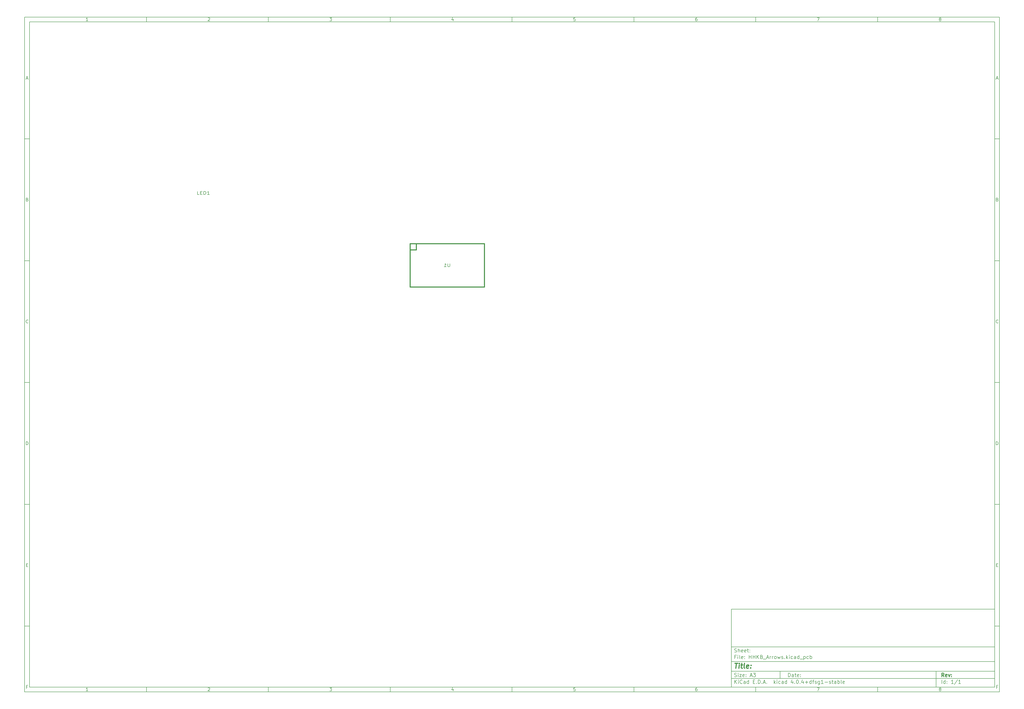
<source format=gbr>
G04 #@! TF.FileFunction,Legend,Bot*
%FSLAX46Y46*%
G04 Gerber Fmt 4.6, Leading zero omitted, Abs format (unit mm)*
G04 Created by KiCad (PCBNEW 4.0.4+dfsg1-stable) date Tue Nov  8 21:14:36 2016*
%MOMM*%
%LPD*%
G01*
G04 APERTURE LIST*
%ADD10C,0.100000*%
%ADD11C,0.150000*%
%ADD12C,0.300000*%
%ADD13C,0.400000*%
%ADD14C,0.381000*%
%ADD15C,0.203200*%
G04 APERTURE END LIST*
D10*
D11*
X299989000Y-253002200D02*
X299989000Y-285002200D01*
X407989000Y-285002200D01*
X407989000Y-253002200D01*
X299989000Y-253002200D01*
D10*
D11*
X10000000Y-10000000D02*
X10000000Y-287002200D01*
X409989000Y-287002200D01*
X409989000Y-10000000D01*
X10000000Y-10000000D01*
D10*
D11*
X12000000Y-12000000D02*
X12000000Y-285002200D01*
X407989000Y-285002200D01*
X407989000Y-12000000D01*
X12000000Y-12000000D01*
D10*
D11*
X60000000Y-12000000D02*
X60000000Y-10000000D01*
D10*
D11*
X110000000Y-12000000D02*
X110000000Y-10000000D01*
D10*
D11*
X160000000Y-12000000D02*
X160000000Y-10000000D01*
D10*
D11*
X210000000Y-12000000D02*
X210000000Y-10000000D01*
D10*
D11*
X260000000Y-12000000D02*
X260000000Y-10000000D01*
D10*
D11*
X310000000Y-12000000D02*
X310000000Y-10000000D01*
D10*
D11*
X360000000Y-12000000D02*
X360000000Y-10000000D01*
D10*
D11*
X35990476Y-11588095D02*
X35247619Y-11588095D01*
X35619048Y-11588095D02*
X35619048Y-10288095D01*
X35495238Y-10473810D01*
X35371429Y-10597619D01*
X35247619Y-10659524D01*
D10*
D11*
X85247619Y-10411905D02*
X85309524Y-10350000D01*
X85433333Y-10288095D01*
X85742857Y-10288095D01*
X85866667Y-10350000D01*
X85928571Y-10411905D01*
X85990476Y-10535714D01*
X85990476Y-10659524D01*
X85928571Y-10845238D01*
X85185714Y-11588095D01*
X85990476Y-11588095D01*
D10*
D11*
X135185714Y-10288095D02*
X135990476Y-10288095D01*
X135557143Y-10783333D01*
X135742857Y-10783333D01*
X135866667Y-10845238D01*
X135928571Y-10907143D01*
X135990476Y-11030952D01*
X135990476Y-11340476D01*
X135928571Y-11464286D01*
X135866667Y-11526190D01*
X135742857Y-11588095D01*
X135371429Y-11588095D01*
X135247619Y-11526190D01*
X135185714Y-11464286D01*
D10*
D11*
X185866667Y-10721429D02*
X185866667Y-11588095D01*
X185557143Y-10226190D02*
X185247619Y-11154762D01*
X186052381Y-11154762D01*
D10*
D11*
X235928571Y-10288095D02*
X235309524Y-10288095D01*
X235247619Y-10907143D01*
X235309524Y-10845238D01*
X235433333Y-10783333D01*
X235742857Y-10783333D01*
X235866667Y-10845238D01*
X235928571Y-10907143D01*
X235990476Y-11030952D01*
X235990476Y-11340476D01*
X235928571Y-11464286D01*
X235866667Y-11526190D01*
X235742857Y-11588095D01*
X235433333Y-11588095D01*
X235309524Y-11526190D01*
X235247619Y-11464286D01*
D10*
D11*
X285866667Y-10288095D02*
X285619048Y-10288095D01*
X285495238Y-10350000D01*
X285433333Y-10411905D01*
X285309524Y-10597619D01*
X285247619Y-10845238D01*
X285247619Y-11340476D01*
X285309524Y-11464286D01*
X285371429Y-11526190D01*
X285495238Y-11588095D01*
X285742857Y-11588095D01*
X285866667Y-11526190D01*
X285928571Y-11464286D01*
X285990476Y-11340476D01*
X285990476Y-11030952D01*
X285928571Y-10907143D01*
X285866667Y-10845238D01*
X285742857Y-10783333D01*
X285495238Y-10783333D01*
X285371429Y-10845238D01*
X285309524Y-10907143D01*
X285247619Y-11030952D01*
D10*
D11*
X335185714Y-10288095D02*
X336052381Y-10288095D01*
X335495238Y-11588095D01*
D10*
D11*
X385495238Y-10845238D02*
X385371429Y-10783333D01*
X385309524Y-10721429D01*
X385247619Y-10597619D01*
X385247619Y-10535714D01*
X385309524Y-10411905D01*
X385371429Y-10350000D01*
X385495238Y-10288095D01*
X385742857Y-10288095D01*
X385866667Y-10350000D01*
X385928571Y-10411905D01*
X385990476Y-10535714D01*
X385990476Y-10597619D01*
X385928571Y-10721429D01*
X385866667Y-10783333D01*
X385742857Y-10845238D01*
X385495238Y-10845238D01*
X385371429Y-10907143D01*
X385309524Y-10969048D01*
X385247619Y-11092857D01*
X385247619Y-11340476D01*
X385309524Y-11464286D01*
X385371429Y-11526190D01*
X385495238Y-11588095D01*
X385742857Y-11588095D01*
X385866667Y-11526190D01*
X385928571Y-11464286D01*
X385990476Y-11340476D01*
X385990476Y-11092857D01*
X385928571Y-10969048D01*
X385866667Y-10907143D01*
X385742857Y-10845238D01*
D10*
D11*
X60000000Y-285002200D02*
X60000000Y-287002200D01*
D10*
D11*
X110000000Y-285002200D02*
X110000000Y-287002200D01*
D10*
D11*
X160000000Y-285002200D02*
X160000000Y-287002200D01*
D10*
D11*
X210000000Y-285002200D02*
X210000000Y-287002200D01*
D10*
D11*
X260000000Y-285002200D02*
X260000000Y-287002200D01*
D10*
D11*
X310000000Y-285002200D02*
X310000000Y-287002200D01*
D10*
D11*
X360000000Y-285002200D02*
X360000000Y-287002200D01*
D10*
D11*
X35990476Y-286590295D02*
X35247619Y-286590295D01*
X35619048Y-286590295D02*
X35619048Y-285290295D01*
X35495238Y-285476010D01*
X35371429Y-285599819D01*
X35247619Y-285661724D01*
D10*
D11*
X85247619Y-285414105D02*
X85309524Y-285352200D01*
X85433333Y-285290295D01*
X85742857Y-285290295D01*
X85866667Y-285352200D01*
X85928571Y-285414105D01*
X85990476Y-285537914D01*
X85990476Y-285661724D01*
X85928571Y-285847438D01*
X85185714Y-286590295D01*
X85990476Y-286590295D01*
D10*
D11*
X135185714Y-285290295D02*
X135990476Y-285290295D01*
X135557143Y-285785533D01*
X135742857Y-285785533D01*
X135866667Y-285847438D01*
X135928571Y-285909343D01*
X135990476Y-286033152D01*
X135990476Y-286342676D01*
X135928571Y-286466486D01*
X135866667Y-286528390D01*
X135742857Y-286590295D01*
X135371429Y-286590295D01*
X135247619Y-286528390D01*
X135185714Y-286466486D01*
D10*
D11*
X185866667Y-285723629D02*
X185866667Y-286590295D01*
X185557143Y-285228390D02*
X185247619Y-286156962D01*
X186052381Y-286156962D01*
D10*
D11*
X235928571Y-285290295D02*
X235309524Y-285290295D01*
X235247619Y-285909343D01*
X235309524Y-285847438D01*
X235433333Y-285785533D01*
X235742857Y-285785533D01*
X235866667Y-285847438D01*
X235928571Y-285909343D01*
X235990476Y-286033152D01*
X235990476Y-286342676D01*
X235928571Y-286466486D01*
X235866667Y-286528390D01*
X235742857Y-286590295D01*
X235433333Y-286590295D01*
X235309524Y-286528390D01*
X235247619Y-286466486D01*
D10*
D11*
X285866667Y-285290295D02*
X285619048Y-285290295D01*
X285495238Y-285352200D01*
X285433333Y-285414105D01*
X285309524Y-285599819D01*
X285247619Y-285847438D01*
X285247619Y-286342676D01*
X285309524Y-286466486D01*
X285371429Y-286528390D01*
X285495238Y-286590295D01*
X285742857Y-286590295D01*
X285866667Y-286528390D01*
X285928571Y-286466486D01*
X285990476Y-286342676D01*
X285990476Y-286033152D01*
X285928571Y-285909343D01*
X285866667Y-285847438D01*
X285742857Y-285785533D01*
X285495238Y-285785533D01*
X285371429Y-285847438D01*
X285309524Y-285909343D01*
X285247619Y-286033152D01*
D10*
D11*
X335185714Y-285290295D02*
X336052381Y-285290295D01*
X335495238Y-286590295D01*
D10*
D11*
X385495238Y-285847438D02*
X385371429Y-285785533D01*
X385309524Y-285723629D01*
X385247619Y-285599819D01*
X385247619Y-285537914D01*
X385309524Y-285414105D01*
X385371429Y-285352200D01*
X385495238Y-285290295D01*
X385742857Y-285290295D01*
X385866667Y-285352200D01*
X385928571Y-285414105D01*
X385990476Y-285537914D01*
X385990476Y-285599819D01*
X385928571Y-285723629D01*
X385866667Y-285785533D01*
X385742857Y-285847438D01*
X385495238Y-285847438D01*
X385371429Y-285909343D01*
X385309524Y-285971248D01*
X385247619Y-286095057D01*
X385247619Y-286342676D01*
X385309524Y-286466486D01*
X385371429Y-286528390D01*
X385495238Y-286590295D01*
X385742857Y-286590295D01*
X385866667Y-286528390D01*
X385928571Y-286466486D01*
X385990476Y-286342676D01*
X385990476Y-286095057D01*
X385928571Y-285971248D01*
X385866667Y-285909343D01*
X385742857Y-285847438D01*
D10*
D11*
X10000000Y-60000000D02*
X12000000Y-60000000D01*
D10*
D11*
X10000000Y-110000000D02*
X12000000Y-110000000D01*
D10*
D11*
X10000000Y-160000000D02*
X12000000Y-160000000D01*
D10*
D11*
X10000000Y-210000000D02*
X12000000Y-210000000D01*
D10*
D11*
X10000000Y-260000000D02*
X12000000Y-260000000D01*
D10*
D11*
X10690476Y-35216667D02*
X11309524Y-35216667D01*
X10566667Y-35588095D02*
X11000000Y-34288095D01*
X11433333Y-35588095D01*
D10*
D11*
X11092857Y-84907143D02*
X11278571Y-84969048D01*
X11340476Y-85030952D01*
X11402381Y-85154762D01*
X11402381Y-85340476D01*
X11340476Y-85464286D01*
X11278571Y-85526190D01*
X11154762Y-85588095D01*
X10659524Y-85588095D01*
X10659524Y-84288095D01*
X11092857Y-84288095D01*
X11216667Y-84350000D01*
X11278571Y-84411905D01*
X11340476Y-84535714D01*
X11340476Y-84659524D01*
X11278571Y-84783333D01*
X11216667Y-84845238D01*
X11092857Y-84907143D01*
X10659524Y-84907143D01*
D10*
D11*
X11402381Y-135464286D02*
X11340476Y-135526190D01*
X11154762Y-135588095D01*
X11030952Y-135588095D01*
X10845238Y-135526190D01*
X10721429Y-135402381D01*
X10659524Y-135278571D01*
X10597619Y-135030952D01*
X10597619Y-134845238D01*
X10659524Y-134597619D01*
X10721429Y-134473810D01*
X10845238Y-134350000D01*
X11030952Y-134288095D01*
X11154762Y-134288095D01*
X11340476Y-134350000D01*
X11402381Y-134411905D01*
D10*
D11*
X10659524Y-185588095D02*
X10659524Y-184288095D01*
X10969048Y-184288095D01*
X11154762Y-184350000D01*
X11278571Y-184473810D01*
X11340476Y-184597619D01*
X11402381Y-184845238D01*
X11402381Y-185030952D01*
X11340476Y-185278571D01*
X11278571Y-185402381D01*
X11154762Y-185526190D01*
X10969048Y-185588095D01*
X10659524Y-185588095D01*
D10*
D11*
X10721429Y-234907143D02*
X11154762Y-234907143D01*
X11340476Y-235588095D02*
X10721429Y-235588095D01*
X10721429Y-234288095D01*
X11340476Y-234288095D01*
D10*
D11*
X11185714Y-284907143D02*
X10752381Y-284907143D01*
X10752381Y-285588095D02*
X10752381Y-284288095D01*
X11371428Y-284288095D01*
D10*
D11*
X409989000Y-60000000D02*
X407989000Y-60000000D01*
D10*
D11*
X409989000Y-110000000D02*
X407989000Y-110000000D01*
D10*
D11*
X409989000Y-160000000D02*
X407989000Y-160000000D01*
D10*
D11*
X409989000Y-210000000D02*
X407989000Y-210000000D01*
D10*
D11*
X409989000Y-260000000D02*
X407989000Y-260000000D01*
D10*
D11*
X408679476Y-35216667D02*
X409298524Y-35216667D01*
X408555667Y-35588095D02*
X408989000Y-34288095D01*
X409422333Y-35588095D01*
D10*
D11*
X409081857Y-84907143D02*
X409267571Y-84969048D01*
X409329476Y-85030952D01*
X409391381Y-85154762D01*
X409391381Y-85340476D01*
X409329476Y-85464286D01*
X409267571Y-85526190D01*
X409143762Y-85588095D01*
X408648524Y-85588095D01*
X408648524Y-84288095D01*
X409081857Y-84288095D01*
X409205667Y-84350000D01*
X409267571Y-84411905D01*
X409329476Y-84535714D01*
X409329476Y-84659524D01*
X409267571Y-84783333D01*
X409205667Y-84845238D01*
X409081857Y-84907143D01*
X408648524Y-84907143D01*
D10*
D11*
X409391381Y-135464286D02*
X409329476Y-135526190D01*
X409143762Y-135588095D01*
X409019952Y-135588095D01*
X408834238Y-135526190D01*
X408710429Y-135402381D01*
X408648524Y-135278571D01*
X408586619Y-135030952D01*
X408586619Y-134845238D01*
X408648524Y-134597619D01*
X408710429Y-134473810D01*
X408834238Y-134350000D01*
X409019952Y-134288095D01*
X409143762Y-134288095D01*
X409329476Y-134350000D01*
X409391381Y-134411905D01*
D10*
D11*
X408648524Y-185588095D02*
X408648524Y-184288095D01*
X408958048Y-184288095D01*
X409143762Y-184350000D01*
X409267571Y-184473810D01*
X409329476Y-184597619D01*
X409391381Y-184845238D01*
X409391381Y-185030952D01*
X409329476Y-185278571D01*
X409267571Y-185402381D01*
X409143762Y-185526190D01*
X408958048Y-185588095D01*
X408648524Y-185588095D01*
D10*
D11*
X408710429Y-234907143D02*
X409143762Y-234907143D01*
X409329476Y-235588095D02*
X408710429Y-235588095D01*
X408710429Y-234288095D01*
X409329476Y-234288095D01*
D10*
D11*
X409174714Y-284907143D02*
X408741381Y-284907143D01*
X408741381Y-285588095D02*
X408741381Y-284288095D01*
X409360428Y-284288095D01*
D10*
D11*
X323346143Y-280780771D02*
X323346143Y-279280771D01*
X323703286Y-279280771D01*
X323917571Y-279352200D01*
X324060429Y-279495057D01*
X324131857Y-279637914D01*
X324203286Y-279923629D01*
X324203286Y-280137914D01*
X324131857Y-280423629D01*
X324060429Y-280566486D01*
X323917571Y-280709343D01*
X323703286Y-280780771D01*
X323346143Y-280780771D01*
X325489000Y-280780771D02*
X325489000Y-279995057D01*
X325417571Y-279852200D01*
X325274714Y-279780771D01*
X324989000Y-279780771D01*
X324846143Y-279852200D01*
X325489000Y-280709343D02*
X325346143Y-280780771D01*
X324989000Y-280780771D01*
X324846143Y-280709343D01*
X324774714Y-280566486D01*
X324774714Y-280423629D01*
X324846143Y-280280771D01*
X324989000Y-280209343D01*
X325346143Y-280209343D01*
X325489000Y-280137914D01*
X325989000Y-279780771D02*
X326560429Y-279780771D01*
X326203286Y-279280771D02*
X326203286Y-280566486D01*
X326274714Y-280709343D01*
X326417572Y-280780771D01*
X326560429Y-280780771D01*
X327631857Y-280709343D02*
X327489000Y-280780771D01*
X327203286Y-280780771D01*
X327060429Y-280709343D01*
X326989000Y-280566486D01*
X326989000Y-279995057D01*
X327060429Y-279852200D01*
X327203286Y-279780771D01*
X327489000Y-279780771D01*
X327631857Y-279852200D01*
X327703286Y-279995057D01*
X327703286Y-280137914D01*
X326989000Y-280280771D01*
X328346143Y-280637914D02*
X328417571Y-280709343D01*
X328346143Y-280780771D01*
X328274714Y-280709343D01*
X328346143Y-280637914D01*
X328346143Y-280780771D01*
X328346143Y-279852200D02*
X328417571Y-279923629D01*
X328346143Y-279995057D01*
X328274714Y-279923629D01*
X328346143Y-279852200D01*
X328346143Y-279995057D01*
D10*
D11*
X299989000Y-281502200D02*
X407989000Y-281502200D01*
D10*
D11*
X301346143Y-283580771D02*
X301346143Y-282080771D01*
X302203286Y-283580771D02*
X301560429Y-282723629D01*
X302203286Y-282080771D02*
X301346143Y-282937914D01*
X302846143Y-283580771D02*
X302846143Y-282580771D01*
X302846143Y-282080771D02*
X302774714Y-282152200D01*
X302846143Y-282223629D01*
X302917571Y-282152200D01*
X302846143Y-282080771D01*
X302846143Y-282223629D01*
X304417572Y-283437914D02*
X304346143Y-283509343D01*
X304131857Y-283580771D01*
X303989000Y-283580771D01*
X303774715Y-283509343D01*
X303631857Y-283366486D01*
X303560429Y-283223629D01*
X303489000Y-282937914D01*
X303489000Y-282723629D01*
X303560429Y-282437914D01*
X303631857Y-282295057D01*
X303774715Y-282152200D01*
X303989000Y-282080771D01*
X304131857Y-282080771D01*
X304346143Y-282152200D01*
X304417572Y-282223629D01*
X305703286Y-283580771D02*
X305703286Y-282795057D01*
X305631857Y-282652200D01*
X305489000Y-282580771D01*
X305203286Y-282580771D01*
X305060429Y-282652200D01*
X305703286Y-283509343D02*
X305560429Y-283580771D01*
X305203286Y-283580771D01*
X305060429Y-283509343D01*
X304989000Y-283366486D01*
X304989000Y-283223629D01*
X305060429Y-283080771D01*
X305203286Y-283009343D01*
X305560429Y-283009343D01*
X305703286Y-282937914D01*
X307060429Y-283580771D02*
X307060429Y-282080771D01*
X307060429Y-283509343D02*
X306917572Y-283580771D01*
X306631858Y-283580771D01*
X306489000Y-283509343D01*
X306417572Y-283437914D01*
X306346143Y-283295057D01*
X306346143Y-282866486D01*
X306417572Y-282723629D01*
X306489000Y-282652200D01*
X306631858Y-282580771D01*
X306917572Y-282580771D01*
X307060429Y-282652200D01*
X308917572Y-282795057D02*
X309417572Y-282795057D01*
X309631858Y-283580771D02*
X308917572Y-283580771D01*
X308917572Y-282080771D01*
X309631858Y-282080771D01*
X310274715Y-283437914D02*
X310346143Y-283509343D01*
X310274715Y-283580771D01*
X310203286Y-283509343D01*
X310274715Y-283437914D01*
X310274715Y-283580771D01*
X310989001Y-283580771D02*
X310989001Y-282080771D01*
X311346144Y-282080771D01*
X311560429Y-282152200D01*
X311703287Y-282295057D01*
X311774715Y-282437914D01*
X311846144Y-282723629D01*
X311846144Y-282937914D01*
X311774715Y-283223629D01*
X311703287Y-283366486D01*
X311560429Y-283509343D01*
X311346144Y-283580771D01*
X310989001Y-283580771D01*
X312489001Y-283437914D02*
X312560429Y-283509343D01*
X312489001Y-283580771D01*
X312417572Y-283509343D01*
X312489001Y-283437914D01*
X312489001Y-283580771D01*
X313131858Y-283152200D02*
X313846144Y-283152200D01*
X312989001Y-283580771D02*
X313489001Y-282080771D01*
X313989001Y-283580771D01*
X314489001Y-283437914D02*
X314560429Y-283509343D01*
X314489001Y-283580771D01*
X314417572Y-283509343D01*
X314489001Y-283437914D01*
X314489001Y-283580771D01*
X317489001Y-283580771D02*
X317489001Y-282080771D01*
X317631858Y-283009343D02*
X318060429Y-283580771D01*
X318060429Y-282580771D02*
X317489001Y-283152200D01*
X318703287Y-283580771D02*
X318703287Y-282580771D01*
X318703287Y-282080771D02*
X318631858Y-282152200D01*
X318703287Y-282223629D01*
X318774715Y-282152200D01*
X318703287Y-282080771D01*
X318703287Y-282223629D01*
X320060430Y-283509343D02*
X319917573Y-283580771D01*
X319631859Y-283580771D01*
X319489001Y-283509343D01*
X319417573Y-283437914D01*
X319346144Y-283295057D01*
X319346144Y-282866486D01*
X319417573Y-282723629D01*
X319489001Y-282652200D01*
X319631859Y-282580771D01*
X319917573Y-282580771D01*
X320060430Y-282652200D01*
X321346144Y-283580771D02*
X321346144Y-282795057D01*
X321274715Y-282652200D01*
X321131858Y-282580771D01*
X320846144Y-282580771D01*
X320703287Y-282652200D01*
X321346144Y-283509343D02*
X321203287Y-283580771D01*
X320846144Y-283580771D01*
X320703287Y-283509343D01*
X320631858Y-283366486D01*
X320631858Y-283223629D01*
X320703287Y-283080771D01*
X320846144Y-283009343D01*
X321203287Y-283009343D01*
X321346144Y-282937914D01*
X322703287Y-283580771D02*
X322703287Y-282080771D01*
X322703287Y-283509343D02*
X322560430Y-283580771D01*
X322274716Y-283580771D01*
X322131858Y-283509343D01*
X322060430Y-283437914D01*
X321989001Y-283295057D01*
X321989001Y-282866486D01*
X322060430Y-282723629D01*
X322131858Y-282652200D01*
X322274716Y-282580771D01*
X322560430Y-282580771D01*
X322703287Y-282652200D01*
X325203287Y-282580771D02*
X325203287Y-283580771D01*
X324846144Y-282009343D02*
X324489001Y-283080771D01*
X325417573Y-283080771D01*
X325989001Y-283437914D02*
X326060429Y-283509343D01*
X325989001Y-283580771D01*
X325917572Y-283509343D01*
X325989001Y-283437914D01*
X325989001Y-283580771D01*
X326989001Y-282080771D02*
X327131858Y-282080771D01*
X327274715Y-282152200D01*
X327346144Y-282223629D01*
X327417573Y-282366486D01*
X327489001Y-282652200D01*
X327489001Y-283009343D01*
X327417573Y-283295057D01*
X327346144Y-283437914D01*
X327274715Y-283509343D01*
X327131858Y-283580771D01*
X326989001Y-283580771D01*
X326846144Y-283509343D01*
X326774715Y-283437914D01*
X326703287Y-283295057D01*
X326631858Y-283009343D01*
X326631858Y-282652200D01*
X326703287Y-282366486D01*
X326774715Y-282223629D01*
X326846144Y-282152200D01*
X326989001Y-282080771D01*
X328131858Y-283437914D02*
X328203286Y-283509343D01*
X328131858Y-283580771D01*
X328060429Y-283509343D01*
X328131858Y-283437914D01*
X328131858Y-283580771D01*
X329489001Y-282580771D02*
X329489001Y-283580771D01*
X329131858Y-282009343D02*
X328774715Y-283080771D01*
X329703287Y-283080771D01*
X330274715Y-283009343D02*
X331417572Y-283009343D01*
X330846143Y-283580771D02*
X330846143Y-282437914D01*
X332774715Y-283580771D02*
X332774715Y-282080771D01*
X332774715Y-283509343D02*
X332631858Y-283580771D01*
X332346144Y-283580771D01*
X332203286Y-283509343D01*
X332131858Y-283437914D01*
X332060429Y-283295057D01*
X332060429Y-282866486D01*
X332131858Y-282723629D01*
X332203286Y-282652200D01*
X332346144Y-282580771D01*
X332631858Y-282580771D01*
X332774715Y-282652200D01*
X333274715Y-282580771D02*
X333846144Y-282580771D01*
X333489001Y-283580771D02*
X333489001Y-282295057D01*
X333560429Y-282152200D01*
X333703287Y-282080771D01*
X333846144Y-282080771D01*
X334274715Y-283509343D02*
X334417572Y-283580771D01*
X334703287Y-283580771D01*
X334846144Y-283509343D01*
X334917572Y-283366486D01*
X334917572Y-283295057D01*
X334846144Y-283152200D01*
X334703287Y-283080771D01*
X334489001Y-283080771D01*
X334346144Y-283009343D01*
X334274715Y-282866486D01*
X334274715Y-282795057D01*
X334346144Y-282652200D01*
X334489001Y-282580771D01*
X334703287Y-282580771D01*
X334846144Y-282652200D01*
X336203287Y-282580771D02*
X336203287Y-283795057D01*
X336131858Y-283937914D01*
X336060430Y-284009343D01*
X335917573Y-284080771D01*
X335703287Y-284080771D01*
X335560430Y-284009343D01*
X336203287Y-283509343D02*
X336060430Y-283580771D01*
X335774716Y-283580771D01*
X335631858Y-283509343D01*
X335560430Y-283437914D01*
X335489001Y-283295057D01*
X335489001Y-282866486D01*
X335560430Y-282723629D01*
X335631858Y-282652200D01*
X335774716Y-282580771D01*
X336060430Y-282580771D01*
X336203287Y-282652200D01*
X337703287Y-283580771D02*
X336846144Y-283580771D01*
X337274716Y-283580771D02*
X337274716Y-282080771D01*
X337131859Y-282295057D01*
X336989001Y-282437914D01*
X336846144Y-282509343D01*
X338346144Y-283009343D02*
X339489001Y-283009343D01*
X340131858Y-283509343D02*
X340274715Y-283580771D01*
X340560430Y-283580771D01*
X340703287Y-283509343D01*
X340774715Y-283366486D01*
X340774715Y-283295057D01*
X340703287Y-283152200D01*
X340560430Y-283080771D01*
X340346144Y-283080771D01*
X340203287Y-283009343D01*
X340131858Y-282866486D01*
X340131858Y-282795057D01*
X340203287Y-282652200D01*
X340346144Y-282580771D01*
X340560430Y-282580771D01*
X340703287Y-282652200D01*
X341203287Y-282580771D02*
X341774716Y-282580771D01*
X341417573Y-282080771D02*
X341417573Y-283366486D01*
X341489001Y-283509343D01*
X341631859Y-283580771D01*
X341774716Y-283580771D01*
X342917573Y-283580771D02*
X342917573Y-282795057D01*
X342846144Y-282652200D01*
X342703287Y-282580771D01*
X342417573Y-282580771D01*
X342274716Y-282652200D01*
X342917573Y-283509343D02*
X342774716Y-283580771D01*
X342417573Y-283580771D01*
X342274716Y-283509343D01*
X342203287Y-283366486D01*
X342203287Y-283223629D01*
X342274716Y-283080771D01*
X342417573Y-283009343D01*
X342774716Y-283009343D01*
X342917573Y-282937914D01*
X343631859Y-283580771D02*
X343631859Y-282080771D01*
X343631859Y-282652200D02*
X343774716Y-282580771D01*
X344060430Y-282580771D01*
X344203287Y-282652200D01*
X344274716Y-282723629D01*
X344346145Y-282866486D01*
X344346145Y-283295057D01*
X344274716Y-283437914D01*
X344203287Y-283509343D01*
X344060430Y-283580771D01*
X343774716Y-283580771D01*
X343631859Y-283509343D01*
X345203288Y-283580771D02*
X345060430Y-283509343D01*
X344989002Y-283366486D01*
X344989002Y-282080771D01*
X346346144Y-283509343D02*
X346203287Y-283580771D01*
X345917573Y-283580771D01*
X345774716Y-283509343D01*
X345703287Y-283366486D01*
X345703287Y-282795057D01*
X345774716Y-282652200D01*
X345917573Y-282580771D01*
X346203287Y-282580771D01*
X346346144Y-282652200D01*
X346417573Y-282795057D01*
X346417573Y-282937914D01*
X345703287Y-283080771D01*
D10*
D11*
X299989000Y-278502200D02*
X407989000Y-278502200D01*
D10*
D12*
X387203286Y-280780771D02*
X386703286Y-280066486D01*
X386346143Y-280780771D02*
X386346143Y-279280771D01*
X386917571Y-279280771D01*
X387060429Y-279352200D01*
X387131857Y-279423629D01*
X387203286Y-279566486D01*
X387203286Y-279780771D01*
X387131857Y-279923629D01*
X387060429Y-279995057D01*
X386917571Y-280066486D01*
X386346143Y-280066486D01*
X388417571Y-280709343D02*
X388274714Y-280780771D01*
X387989000Y-280780771D01*
X387846143Y-280709343D01*
X387774714Y-280566486D01*
X387774714Y-279995057D01*
X387846143Y-279852200D01*
X387989000Y-279780771D01*
X388274714Y-279780771D01*
X388417571Y-279852200D01*
X388489000Y-279995057D01*
X388489000Y-280137914D01*
X387774714Y-280280771D01*
X388989000Y-279780771D02*
X389346143Y-280780771D01*
X389703285Y-279780771D01*
X390274714Y-280637914D02*
X390346142Y-280709343D01*
X390274714Y-280780771D01*
X390203285Y-280709343D01*
X390274714Y-280637914D01*
X390274714Y-280780771D01*
X390274714Y-279852200D02*
X390346142Y-279923629D01*
X390274714Y-279995057D01*
X390203285Y-279923629D01*
X390274714Y-279852200D01*
X390274714Y-279995057D01*
D10*
D11*
X301274714Y-280709343D02*
X301489000Y-280780771D01*
X301846143Y-280780771D01*
X301989000Y-280709343D01*
X302060429Y-280637914D01*
X302131857Y-280495057D01*
X302131857Y-280352200D01*
X302060429Y-280209343D01*
X301989000Y-280137914D01*
X301846143Y-280066486D01*
X301560429Y-279995057D01*
X301417571Y-279923629D01*
X301346143Y-279852200D01*
X301274714Y-279709343D01*
X301274714Y-279566486D01*
X301346143Y-279423629D01*
X301417571Y-279352200D01*
X301560429Y-279280771D01*
X301917571Y-279280771D01*
X302131857Y-279352200D01*
X302774714Y-280780771D02*
X302774714Y-279780771D01*
X302774714Y-279280771D02*
X302703285Y-279352200D01*
X302774714Y-279423629D01*
X302846142Y-279352200D01*
X302774714Y-279280771D01*
X302774714Y-279423629D01*
X303346143Y-279780771D02*
X304131857Y-279780771D01*
X303346143Y-280780771D01*
X304131857Y-280780771D01*
X305274714Y-280709343D02*
X305131857Y-280780771D01*
X304846143Y-280780771D01*
X304703286Y-280709343D01*
X304631857Y-280566486D01*
X304631857Y-279995057D01*
X304703286Y-279852200D01*
X304846143Y-279780771D01*
X305131857Y-279780771D01*
X305274714Y-279852200D01*
X305346143Y-279995057D01*
X305346143Y-280137914D01*
X304631857Y-280280771D01*
X305989000Y-280637914D02*
X306060428Y-280709343D01*
X305989000Y-280780771D01*
X305917571Y-280709343D01*
X305989000Y-280637914D01*
X305989000Y-280780771D01*
X305989000Y-279852200D02*
X306060428Y-279923629D01*
X305989000Y-279995057D01*
X305917571Y-279923629D01*
X305989000Y-279852200D01*
X305989000Y-279995057D01*
X307774714Y-280352200D02*
X308489000Y-280352200D01*
X307631857Y-280780771D02*
X308131857Y-279280771D01*
X308631857Y-280780771D01*
X308989000Y-279280771D02*
X309917571Y-279280771D01*
X309417571Y-279852200D01*
X309631857Y-279852200D01*
X309774714Y-279923629D01*
X309846143Y-279995057D01*
X309917571Y-280137914D01*
X309917571Y-280495057D01*
X309846143Y-280637914D01*
X309774714Y-280709343D01*
X309631857Y-280780771D01*
X309203285Y-280780771D01*
X309060428Y-280709343D01*
X308989000Y-280637914D01*
D10*
D11*
X386346143Y-283580771D02*
X386346143Y-282080771D01*
X387703286Y-283580771D02*
X387703286Y-282080771D01*
X387703286Y-283509343D02*
X387560429Y-283580771D01*
X387274715Y-283580771D01*
X387131857Y-283509343D01*
X387060429Y-283437914D01*
X386989000Y-283295057D01*
X386989000Y-282866486D01*
X387060429Y-282723629D01*
X387131857Y-282652200D01*
X387274715Y-282580771D01*
X387560429Y-282580771D01*
X387703286Y-282652200D01*
X388417572Y-283437914D02*
X388489000Y-283509343D01*
X388417572Y-283580771D01*
X388346143Y-283509343D01*
X388417572Y-283437914D01*
X388417572Y-283580771D01*
X388417572Y-282652200D02*
X388489000Y-282723629D01*
X388417572Y-282795057D01*
X388346143Y-282723629D01*
X388417572Y-282652200D01*
X388417572Y-282795057D01*
X391060429Y-283580771D02*
X390203286Y-283580771D01*
X390631858Y-283580771D02*
X390631858Y-282080771D01*
X390489001Y-282295057D01*
X390346143Y-282437914D01*
X390203286Y-282509343D01*
X392774714Y-282009343D02*
X391489000Y-283937914D01*
X394060429Y-283580771D02*
X393203286Y-283580771D01*
X393631858Y-283580771D02*
X393631858Y-282080771D01*
X393489001Y-282295057D01*
X393346143Y-282437914D01*
X393203286Y-282509343D01*
D10*
D11*
X299989000Y-274502200D02*
X407989000Y-274502200D01*
D10*
D13*
X301441381Y-275206962D02*
X302584238Y-275206962D01*
X301762810Y-277206962D02*
X302012810Y-275206962D01*
X303000905Y-277206962D02*
X303167571Y-275873629D01*
X303250905Y-275206962D02*
X303143762Y-275302200D01*
X303227095Y-275397438D01*
X303334239Y-275302200D01*
X303250905Y-275206962D01*
X303227095Y-275397438D01*
X303834238Y-275873629D02*
X304596143Y-275873629D01*
X304203286Y-275206962D02*
X303989000Y-276921248D01*
X304060430Y-277111724D01*
X304239001Y-277206962D01*
X304429477Y-277206962D01*
X305381858Y-277206962D02*
X305203287Y-277111724D01*
X305131857Y-276921248D01*
X305346143Y-275206962D01*
X306917572Y-277111724D02*
X306715191Y-277206962D01*
X306334239Y-277206962D01*
X306155667Y-277111724D01*
X306084238Y-276921248D01*
X306179476Y-276159343D01*
X306298524Y-275968867D01*
X306500905Y-275873629D01*
X306881857Y-275873629D01*
X307060429Y-275968867D01*
X307131857Y-276159343D01*
X307108048Y-276349819D01*
X306131857Y-276540295D01*
X307881857Y-277016486D02*
X307965192Y-277111724D01*
X307858048Y-277206962D01*
X307774715Y-277111724D01*
X307881857Y-277016486D01*
X307858048Y-277206962D01*
X308012810Y-275968867D02*
X308096144Y-276064105D01*
X307989000Y-276159343D01*
X307905667Y-276064105D01*
X308012810Y-275968867D01*
X307989000Y-276159343D01*
D10*
D11*
X301846143Y-272595057D02*
X301346143Y-272595057D01*
X301346143Y-273380771D02*
X301346143Y-271880771D01*
X302060429Y-271880771D01*
X302631857Y-273380771D02*
X302631857Y-272380771D01*
X302631857Y-271880771D02*
X302560428Y-271952200D01*
X302631857Y-272023629D01*
X302703285Y-271952200D01*
X302631857Y-271880771D01*
X302631857Y-272023629D01*
X303560429Y-273380771D02*
X303417571Y-273309343D01*
X303346143Y-273166486D01*
X303346143Y-271880771D01*
X304703285Y-273309343D02*
X304560428Y-273380771D01*
X304274714Y-273380771D01*
X304131857Y-273309343D01*
X304060428Y-273166486D01*
X304060428Y-272595057D01*
X304131857Y-272452200D01*
X304274714Y-272380771D01*
X304560428Y-272380771D01*
X304703285Y-272452200D01*
X304774714Y-272595057D01*
X304774714Y-272737914D01*
X304060428Y-272880771D01*
X305417571Y-273237914D02*
X305488999Y-273309343D01*
X305417571Y-273380771D01*
X305346142Y-273309343D01*
X305417571Y-273237914D01*
X305417571Y-273380771D01*
X305417571Y-272452200D02*
X305488999Y-272523629D01*
X305417571Y-272595057D01*
X305346142Y-272523629D01*
X305417571Y-272452200D01*
X305417571Y-272595057D01*
X307274714Y-273380771D02*
X307274714Y-271880771D01*
X307274714Y-272595057D02*
X308131857Y-272595057D01*
X308131857Y-273380771D02*
X308131857Y-271880771D01*
X308846143Y-273380771D02*
X308846143Y-271880771D01*
X308846143Y-272595057D02*
X309703286Y-272595057D01*
X309703286Y-273380771D02*
X309703286Y-271880771D01*
X310417572Y-273380771D02*
X310417572Y-271880771D01*
X311274715Y-273380771D02*
X310631858Y-272523629D01*
X311274715Y-271880771D02*
X310417572Y-272737914D01*
X312417572Y-272595057D02*
X312631858Y-272666486D01*
X312703286Y-272737914D01*
X312774715Y-272880771D01*
X312774715Y-273095057D01*
X312703286Y-273237914D01*
X312631858Y-273309343D01*
X312489000Y-273380771D01*
X311917572Y-273380771D01*
X311917572Y-271880771D01*
X312417572Y-271880771D01*
X312560429Y-271952200D01*
X312631858Y-272023629D01*
X312703286Y-272166486D01*
X312703286Y-272309343D01*
X312631858Y-272452200D01*
X312560429Y-272523629D01*
X312417572Y-272595057D01*
X311917572Y-272595057D01*
X313060429Y-273523629D02*
X314203286Y-273523629D01*
X314489000Y-272952200D02*
X315203286Y-272952200D01*
X314346143Y-273380771D02*
X314846143Y-271880771D01*
X315346143Y-273380771D01*
X315846143Y-273380771D02*
X315846143Y-272380771D01*
X315846143Y-272666486D02*
X315917571Y-272523629D01*
X315989000Y-272452200D01*
X316131857Y-272380771D01*
X316274714Y-272380771D01*
X316774714Y-273380771D02*
X316774714Y-272380771D01*
X316774714Y-272666486D02*
X316846142Y-272523629D01*
X316917571Y-272452200D01*
X317060428Y-272380771D01*
X317203285Y-272380771D01*
X317917571Y-273380771D02*
X317774713Y-273309343D01*
X317703285Y-273237914D01*
X317631856Y-273095057D01*
X317631856Y-272666486D01*
X317703285Y-272523629D01*
X317774713Y-272452200D01*
X317917571Y-272380771D01*
X318131856Y-272380771D01*
X318274713Y-272452200D01*
X318346142Y-272523629D01*
X318417571Y-272666486D01*
X318417571Y-273095057D01*
X318346142Y-273237914D01*
X318274713Y-273309343D01*
X318131856Y-273380771D01*
X317917571Y-273380771D01*
X318917571Y-272380771D02*
X319203285Y-273380771D01*
X319488999Y-272666486D01*
X319774714Y-273380771D01*
X320060428Y-272380771D01*
X320560428Y-273309343D02*
X320703285Y-273380771D01*
X320989000Y-273380771D01*
X321131857Y-273309343D01*
X321203285Y-273166486D01*
X321203285Y-273095057D01*
X321131857Y-272952200D01*
X320989000Y-272880771D01*
X320774714Y-272880771D01*
X320631857Y-272809343D01*
X320560428Y-272666486D01*
X320560428Y-272595057D01*
X320631857Y-272452200D01*
X320774714Y-272380771D01*
X320989000Y-272380771D01*
X321131857Y-272452200D01*
X321846143Y-273237914D02*
X321917571Y-273309343D01*
X321846143Y-273380771D01*
X321774714Y-273309343D01*
X321846143Y-273237914D01*
X321846143Y-273380771D01*
X322560429Y-273380771D02*
X322560429Y-271880771D01*
X322703286Y-272809343D02*
X323131857Y-273380771D01*
X323131857Y-272380771D02*
X322560429Y-272952200D01*
X323774715Y-273380771D02*
X323774715Y-272380771D01*
X323774715Y-271880771D02*
X323703286Y-271952200D01*
X323774715Y-272023629D01*
X323846143Y-271952200D01*
X323774715Y-271880771D01*
X323774715Y-272023629D01*
X325131858Y-273309343D02*
X324989001Y-273380771D01*
X324703287Y-273380771D01*
X324560429Y-273309343D01*
X324489001Y-273237914D01*
X324417572Y-273095057D01*
X324417572Y-272666486D01*
X324489001Y-272523629D01*
X324560429Y-272452200D01*
X324703287Y-272380771D01*
X324989001Y-272380771D01*
X325131858Y-272452200D01*
X326417572Y-273380771D02*
X326417572Y-272595057D01*
X326346143Y-272452200D01*
X326203286Y-272380771D01*
X325917572Y-272380771D01*
X325774715Y-272452200D01*
X326417572Y-273309343D02*
X326274715Y-273380771D01*
X325917572Y-273380771D01*
X325774715Y-273309343D01*
X325703286Y-273166486D01*
X325703286Y-273023629D01*
X325774715Y-272880771D01*
X325917572Y-272809343D01*
X326274715Y-272809343D01*
X326417572Y-272737914D01*
X327774715Y-273380771D02*
X327774715Y-271880771D01*
X327774715Y-273309343D02*
X327631858Y-273380771D01*
X327346144Y-273380771D01*
X327203286Y-273309343D01*
X327131858Y-273237914D01*
X327060429Y-273095057D01*
X327060429Y-272666486D01*
X327131858Y-272523629D01*
X327203286Y-272452200D01*
X327346144Y-272380771D01*
X327631858Y-272380771D01*
X327774715Y-272452200D01*
X328131858Y-273523629D02*
X329274715Y-273523629D01*
X329631858Y-272380771D02*
X329631858Y-273880771D01*
X329631858Y-272452200D02*
X329774715Y-272380771D01*
X330060429Y-272380771D01*
X330203286Y-272452200D01*
X330274715Y-272523629D01*
X330346144Y-272666486D01*
X330346144Y-273095057D01*
X330274715Y-273237914D01*
X330203286Y-273309343D01*
X330060429Y-273380771D01*
X329774715Y-273380771D01*
X329631858Y-273309343D01*
X331631858Y-273309343D02*
X331489001Y-273380771D01*
X331203287Y-273380771D01*
X331060429Y-273309343D01*
X330989001Y-273237914D01*
X330917572Y-273095057D01*
X330917572Y-272666486D01*
X330989001Y-272523629D01*
X331060429Y-272452200D01*
X331203287Y-272380771D01*
X331489001Y-272380771D01*
X331631858Y-272452200D01*
X332274715Y-273380771D02*
X332274715Y-271880771D01*
X332274715Y-272452200D02*
X332417572Y-272380771D01*
X332703286Y-272380771D01*
X332846143Y-272452200D01*
X332917572Y-272523629D01*
X332989001Y-272666486D01*
X332989001Y-273095057D01*
X332917572Y-273237914D01*
X332846143Y-273309343D01*
X332703286Y-273380771D01*
X332417572Y-273380771D01*
X332274715Y-273309343D01*
D10*
D11*
X299989000Y-268502200D02*
X407989000Y-268502200D01*
D10*
D11*
X301274714Y-270609343D02*
X301489000Y-270680771D01*
X301846143Y-270680771D01*
X301989000Y-270609343D01*
X302060429Y-270537914D01*
X302131857Y-270395057D01*
X302131857Y-270252200D01*
X302060429Y-270109343D01*
X301989000Y-270037914D01*
X301846143Y-269966486D01*
X301560429Y-269895057D01*
X301417571Y-269823629D01*
X301346143Y-269752200D01*
X301274714Y-269609343D01*
X301274714Y-269466486D01*
X301346143Y-269323629D01*
X301417571Y-269252200D01*
X301560429Y-269180771D01*
X301917571Y-269180771D01*
X302131857Y-269252200D01*
X302774714Y-270680771D02*
X302774714Y-269180771D01*
X303417571Y-270680771D02*
X303417571Y-269895057D01*
X303346142Y-269752200D01*
X303203285Y-269680771D01*
X302989000Y-269680771D01*
X302846142Y-269752200D01*
X302774714Y-269823629D01*
X304703285Y-270609343D02*
X304560428Y-270680771D01*
X304274714Y-270680771D01*
X304131857Y-270609343D01*
X304060428Y-270466486D01*
X304060428Y-269895057D01*
X304131857Y-269752200D01*
X304274714Y-269680771D01*
X304560428Y-269680771D01*
X304703285Y-269752200D01*
X304774714Y-269895057D01*
X304774714Y-270037914D01*
X304060428Y-270180771D01*
X305988999Y-270609343D02*
X305846142Y-270680771D01*
X305560428Y-270680771D01*
X305417571Y-270609343D01*
X305346142Y-270466486D01*
X305346142Y-269895057D01*
X305417571Y-269752200D01*
X305560428Y-269680771D01*
X305846142Y-269680771D01*
X305988999Y-269752200D01*
X306060428Y-269895057D01*
X306060428Y-270037914D01*
X305346142Y-270180771D01*
X306488999Y-269680771D02*
X307060428Y-269680771D01*
X306703285Y-269180771D02*
X306703285Y-270466486D01*
X306774713Y-270609343D01*
X306917571Y-270680771D01*
X307060428Y-270680771D01*
X307560428Y-270537914D02*
X307631856Y-270609343D01*
X307560428Y-270680771D01*
X307488999Y-270609343D01*
X307560428Y-270537914D01*
X307560428Y-270680771D01*
X307560428Y-269752200D02*
X307631856Y-269823629D01*
X307560428Y-269895057D01*
X307488999Y-269823629D01*
X307560428Y-269752200D01*
X307560428Y-269895057D01*
D10*
D11*
X319989000Y-278502200D02*
X319989000Y-281502200D01*
D10*
D11*
X383989000Y-278502200D02*
X383989000Y-285002200D01*
D14*
X168116250Y-120808750D02*
X168116250Y-103028750D01*
X168116250Y-103028750D02*
X198596250Y-103028750D01*
X198596250Y-103028750D02*
X198596250Y-120808750D01*
X198596250Y-120808750D02*
X168116250Y-120808750D01*
X168116250Y-105568750D02*
X170656250Y-105568750D01*
X170656250Y-105568750D02*
X170656250Y-103028750D01*
D15*
X184517393Y-111223274D02*
X184517393Y-112251369D01*
X184444821Y-112372321D01*
X184372250Y-112432798D01*
X184227107Y-112493274D01*
X183936821Y-112493274D01*
X183791679Y-112432798D01*
X183719107Y-112372321D01*
X183646536Y-112251369D01*
X183646536Y-111223274D01*
X182122536Y-112493274D02*
X182993393Y-112493274D01*
X182557965Y-112493274D02*
X182557965Y-111223274D01*
X182703108Y-111404702D01*
X182848250Y-111525655D01*
X182993393Y-111586131D01*
X81638321Y-82807024D02*
X80912607Y-82807024D01*
X80912607Y-81537024D01*
X82146321Y-82141786D02*
X82654321Y-82141786D01*
X82872035Y-82807024D02*
X82146321Y-82807024D01*
X82146321Y-81537024D01*
X82872035Y-81537024D01*
X83525178Y-82807024D02*
X83525178Y-81537024D01*
X83888035Y-81537024D01*
X84105750Y-81597500D01*
X84250892Y-81718452D01*
X84323464Y-81839405D01*
X84396035Y-82081310D01*
X84396035Y-82262738D01*
X84323464Y-82504643D01*
X84250892Y-82625595D01*
X84105750Y-82746548D01*
X83888035Y-82807024D01*
X83525178Y-82807024D01*
X85847464Y-82807024D02*
X84976607Y-82807024D01*
X85412035Y-82807024D02*
X85412035Y-81537024D01*
X85266892Y-81718452D01*
X85121750Y-81839405D01*
X84976607Y-81899881D01*
M02*

</source>
